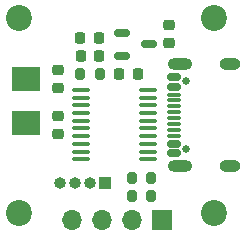
<source format=gbr>
%TF.GenerationSoftware,KiCad,Pcbnew,8.0.6*%
%TF.CreationDate,2024-11-25T04:34:58+09:00*%
%TF.ProjectId,pointify,706f696e-7469-4667-992e-6b696361645f,rev?*%
%TF.SameCoordinates,Original*%
%TF.FileFunction,Soldermask,Top*%
%TF.FilePolarity,Negative*%
%FSLAX46Y46*%
G04 Gerber Fmt 4.6, Leading zero omitted, Abs format (unit mm)*
G04 Created by KiCad (PCBNEW 8.0.6) date 2024-11-25 04:34:58*
%MOMM*%
%LPD*%
G01*
G04 APERTURE LIST*
G04 Aperture macros list*
%AMRoundRect*
0 Rectangle with rounded corners*
0 $1 Rounding radius*
0 $2 $3 $4 $5 $6 $7 $8 $9 X,Y pos of 4 corners*
0 Add a 4 corners polygon primitive as box body*
4,1,4,$2,$3,$4,$5,$6,$7,$8,$9,$2,$3,0*
0 Add four circle primitives for the rounded corners*
1,1,$1+$1,$2,$3*
1,1,$1+$1,$4,$5*
1,1,$1+$1,$6,$7*
1,1,$1+$1,$8,$9*
0 Add four rect primitives between the rounded corners*
20,1,$1+$1,$2,$3,$4,$5,0*
20,1,$1+$1,$4,$5,$6,$7,0*
20,1,$1+$1,$6,$7,$8,$9,0*
20,1,$1+$1,$8,$9,$2,$3,0*%
G04 Aperture macros list end*
%ADD10R,1.700000X1.700000*%
%ADD11O,1.700000X1.700000*%
%ADD12C,2.200000*%
%ADD13RoundRect,0.225000X0.225000X0.250000X-0.225000X0.250000X-0.225000X-0.250000X0.225000X-0.250000X0*%
%ADD14RoundRect,0.200000X-0.200000X-0.275000X0.200000X-0.275000X0.200000X0.275000X-0.200000X0.275000X0*%
%ADD15RoundRect,0.225000X0.250000X-0.225000X0.250000X0.225000X-0.250000X0.225000X-0.250000X-0.225000X0*%
%ADD16C,0.650000*%
%ADD17RoundRect,0.150000X0.425000X-0.150000X0.425000X0.150000X-0.425000X0.150000X-0.425000X-0.150000X0*%
%ADD18RoundRect,0.075000X0.500000X-0.075000X0.500000X0.075000X-0.500000X0.075000X-0.500000X-0.075000X0*%
%ADD19O,2.100000X1.000000*%
%ADD20O,1.800000X1.000000*%
%ADD21R,2.400000X2.000000*%
%ADD22RoundRect,0.150000X-0.512500X-0.150000X0.512500X-0.150000X0.512500X0.150000X-0.512500X0.150000X0*%
%ADD23RoundRect,0.225000X-0.225000X-0.250000X0.225000X-0.250000X0.225000X0.250000X-0.225000X0.250000X0*%
%ADD24R,1.000000X1.000000*%
%ADD25O,1.000000X1.000000*%
%ADD26RoundRect,0.100000X-0.637500X-0.100000X0.637500X-0.100000X0.637500X0.100000X-0.637500X0.100000X0*%
%ADD27RoundRect,0.200000X0.200000X0.275000X-0.200000X0.275000X-0.200000X-0.275000X0.200000X-0.275000X0*%
%ADD28RoundRect,0.225000X-0.250000X0.225000X-0.250000X-0.225000X0.250000X-0.225000X0.250000X0.225000X0*%
G04 APERTURE END LIST*
D10*
%TO.C,J2*%
X134000000Y-87100000D03*
D11*
X131460000Y-87100000D03*
X128920000Y-87100000D03*
X126380000Y-87100000D03*
%TD*%
D12*
%TO.C,REF\u002A\u002A*%
X138400000Y-86500000D03*
%TD*%
D13*
%TO.C,C3*%
X128650000Y-71700000D03*
X127100000Y-71700000D03*
%TD*%
D14*
%TO.C,R1*%
X131475000Y-83500000D03*
X133125000Y-83500000D03*
%TD*%
D15*
%TO.C,C2*%
X134600000Y-72075000D03*
X134600000Y-70525000D03*
%TD*%
D13*
%TO.C,C6*%
X128675000Y-73200000D03*
X127125000Y-73200000D03*
%TD*%
D16*
%TO.C,J3*%
X136085000Y-81090000D03*
X136085000Y-75310000D03*
D17*
X135010000Y-81400000D03*
X135010000Y-80600000D03*
D18*
X135010000Y-79450000D03*
X135010000Y-78450000D03*
X135010000Y-77950000D03*
X135010000Y-76950000D03*
D17*
X135010000Y-75800000D03*
X135010000Y-75000000D03*
X135010000Y-75000000D03*
X135010000Y-75800000D03*
D18*
X135010000Y-76450000D03*
X135010000Y-77450000D03*
X135010000Y-78950000D03*
X135010000Y-79950000D03*
D17*
X135010000Y-80600000D03*
X135010000Y-81400000D03*
D19*
X135585000Y-82520000D03*
D20*
X139765000Y-82520000D03*
D19*
X135585000Y-73880000D03*
D20*
X139765000Y-73880000D03*
%TD*%
D21*
%TO.C,Y1*%
X122500000Y-78850000D03*
X122500000Y-75150000D03*
%TD*%
D22*
%TO.C,U1*%
X130625000Y-71250000D03*
X130625000Y-73150000D03*
X132900000Y-72200000D03*
%TD*%
D23*
%TO.C,C1*%
X130400000Y-74700000D03*
X131950000Y-74700000D03*
%TD*%
D14*
%TO.C,R2*%
X131475000Y-85000000D03*
X133125000Y-85000000D03*
%TD*%
D24*
%TO.C,J1*%
X129170000Y-83900000D03*
D25*
X127900000Y-83900000D03*
X126630000Y-83900000D03*
X125360000Y-83900000D03*
%TD*%
D15*
%TO.C,C4*%
X125200000Y-75900000D03*
X125200000Y-74350000D03*
%TD*%
D26*
%TO.C,U2*%
X127137500Y-76075000D03*
X127137500Y-76725000D03*
X127137500Y-77375000D03*
X127137500Y-78025000D03*
X127137500Y-78675000D03*
X127137500Y-79325000D03*
X127137500Y-79975000D03*
X127137500Y-80625000D03*
X127137500Y-81275000D03*
X127137500Y-81925000D03*
X132862500Y-81925000D03*
X132862500Y-81275000D03*
X132862500Y-80625000D03*
X132862500Y-79975000D03*
X132862500Y-79325000D03*
X132862500Y-78675000D03*
X132862500Y-78025000D03*
X132862500Y-77375000D03*
X132862500Y-76725000D03*
X132862500Y-76075000D03*
%TD*%
D12*
%TO.C,REF\u002A\u002A*%
X138400000Y-70000000D03*
%TD*%
%TO.C,REF\u002A\u002A*%
X121900000Y-86500000D03*
%TD*%
D27*
%TO.C,R3*%
X128750000Y-74700000D03*
X127100000Y-74700000D03*
%TD*%
D28*
%TO.C,C5*%
X125200000Y-78225000D03*
X125200000Y-79775000D03*
%TD*%
D12*
%TO.C,REF\u002A\u002A*%
X121900000Y-70000000D03*
%TD*%
M02*

</source>
